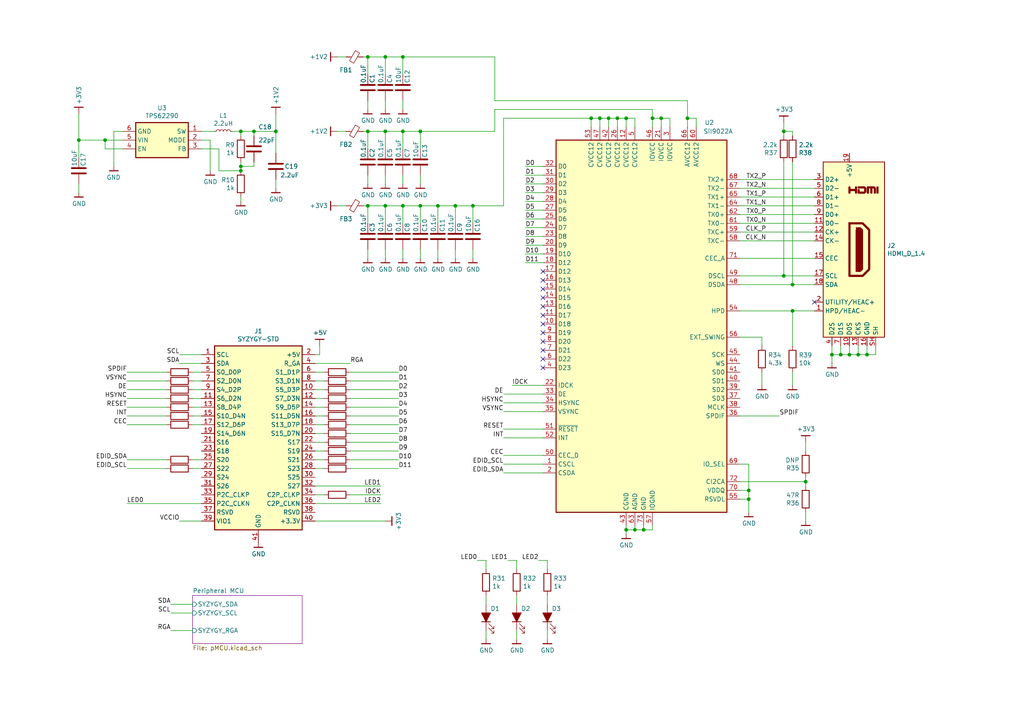
<source format=kicad_sch>
(kicad_sch (version 20200512) (host eeschema "5.99.0-unknown-4cfff6b~101~ubuntu18.04.1")
  (page 1 2)
  (paper "A4")
  (title_block (title "sii9022a Breakout") (date "2020-05-23") (rev "r1.0") (comment 1 "SYZYGY Pod"))
  (junction (at 22.86 40.64))
  (junction (at 30.48 40.64))
  (junction (at 69.85 38.1))
  (junction (at 69.85 48.26))
  (junction (at 69.85 49.53))
  (junction (at 73.66 38.1))
  (junction (at 80.01 38.1))
  (junction (at 106.68 16.51))
  (junction (at 106.68 38.1))
  (junction (at 106.68 59.69))
  (junction (at 111.76 16.51))
  (junction (at 111.76 38.1))
  (junction (at 111.76 59.69))
  (junction (at 116.84 16.51))
  (junction (at 116.84 38.1))
  (junction (at 116.84 59.69))
  (junction (at 121.92 38.1))
  (junction (at 121.92 59.69))
  (junction (at 127 59.69))
  (junction (at 132.08 59.69))
  (junction (at 137.16 59.69))
  (junction (at 171.45 34.29))
  (junction (at 173.99 34.29))
  (junction (at 176.53 34.29))
  (junction (at 179.07 34.29))
  (junction (at 181.61 34.29))
  (junction (at 181.61 153.67))
  (junction (at 184.15 153.67))
  (junction (at 186.69 153.67))
  (junction (at 189.23 34.29))
  (junction (at 191.77 34.29))
  (junction (at 199.39 34.29))
  (junction (at 217.17 142.24))
  (junction (at 217.17 144.78))
  (junction (at 227.33 38.1))
  (junction (at 227.33 80.01))
  (junction (at 229.87 82.55))
  (junction (at 229.87 90.17))
  (junction (at 233.68 139.7))
  (junction (at 241.3 102.87))
  (junction (at 243.84 102.87))
  (junction (at 246.38 102.87))
  (junction (at 248.92 102.87))
  (junction (at 251.46 102.87))
  (no_connect (at 157.48 96.52))
  (no_connect (at 157.48 104.14))
  (no_connect (at 157.48 83.82))
  (no_connect (at 157.48 88.9))
  (no_connect (at 157.48 93.98))
  (no_connect (at 157.48 99.06))
  (no_connect (at 157.48 101.6))
  (no_connect (at 157.48 78.74))
  (no_connect (at 236.22 87.63))
  (no_connect (at 157.48 81.28))
  (no_connect (at 157.48 106.68))
  (no_connect (at 157.48 86.36))
  (no_connect (at 157.48 91.44))
  (wire (pts (xy 22.86 33.02) (xy 22.86 40.64)))
  (wire (pts (xy 22.86 40.64) (xy 30.48 40.64)))
  (wire (pts (xy 22.86 45.72) (xy 22.86 40.64)))
  (wire (pts (xy 22.86 53.34) (xy 22.86 55.88)))
  (wire (pts (xy 30.48 40.64) (xy 35.56 40.64)))
  (wire (pts (xy 30.48 43.18) (xy 30.48 40.64)))
  (wire (pts (xy 33.02 38.1) (xy 33.02 48.26)))
  (wire (pts (xy 33.02 38.1) (xy 35.56 38.1)))
  (wire (pts (xy 35.56 43.18) (xy 30.48 43.18)))
  (wire (pts (xy 36.83 107.95) (xy 48.26 107.95)))
  (wire (pts (xy 36.83 110.49) (xy 48.26 110.49)))
  (wire (pts (xy 36.83 113.03) (xy 48.26 113.03)))
  (wire (pts (xy 36.83 115.57) (xy 48.26 115.57)))
  (wire (pts (xy 36.83 118.11) (xy 48.26 118.11)))
  (wire (pts (xy 36.83 120.65) (xy 48.26 120.65)))
  (wire (pts (xy 36.83 123.19) (xy 48.26 123.19)))
  (wire (pts (xy 36.83 133.35) (xy 48.26 133.35)))
  (wire (pts (xy 36.83 135.89) (xy 48.26 135.89)))
  (wire (pts (xy 36.83 146.05) (xy 58.42 146.05)))
  (wire (pts (xy 55.88 107.95) (xy 58.42 107.95)))
  (wire (pts (xy 55.88 110.49) (xy 58.42 110.49)))
  (wire (pts (xy 55.88 113.03) (xy 58.42 113.03)))
  (wire (pts (xy 55.88 115.57) (xy 58.42 115.57)))
  (wire (pts (xy 55.88 118.11) (xy 58.42 118.11)))
  (wire (pts (xy 55.88 120.65) (xy 58.42 120.65)))
  (wire (pts (xy 55.88 123.19) (xy 58.42 123.19)))
  (wire (pts (xy 55.88 133.35) (xy 58.42 133.35)))
  (wire (pts (xy 55.88 135.89) (xy 58.42 135.89)))
  (wire (pts (xy 55.88 175.26) (xy 49.53 175.26)))
  (wire (pts (xy 55.88 177.8) (xy 49.53 177.8)))
  (wire (pts (xy 55.88 182.88) (xy 49.53 182.88)))
  (wire (pts (xy 58.42 38.1) (xy 62.23 38.1)))
  (wire (pts (xy 58.42 40.64) (xy 60.96 40.64)))
  (wire (pts (xy 58.42 102.87) (xy 52.07 102.87)))
  (wire (pts (xy 58.42 105.41) (xy 52.07 105.41)))
  (wire (pts (xy 58.42 151.13) (xy 52.07 151.13)))
  (wire (pts (xy 60.96 40.64) (xy 60.96 49.53)))
  (wire (pts (xy 63.5 43.18) (xy 58.42 43.18)))
  (wire (pts (xy 63.5 49.53) (xy 63.5 43.18)))
  (wire (pts (xy 67.31 38.1) (xy 69.85 38.1)))
  (wire (pts (xy 69.85 38.1) (xy 69.85 39.37)))
  (wire (pts (xy 69.85 38.1) (xy 73.66 38.1)))
  (wire (pts (xy 69.85 46.99) (xy 69.85 48.26)))
  (wire (pts (xy 69.85 48.26) (xy 69.85 49.53)))
  (wire (pts (xy 69.85 48.26) (xy 73.66 48.26)))
  (wire (pts (xy 69.85 49.53) (xy 63.5 49.53)))
  (wire (pts (xy 69.85 57.15) (xy 69.85 58.42)))
  (wire (pts (xy 73.66 38.1) (xy 73.66 39.37)))
  (wire (pts (xy 73.66 38.1) (xy 80.01 38.1)))
  (wire (pts (xy 73.66 46.99) (xy 73.66 48.26)))
  (wire (pts (xy 80.01 33.02) (xy 80.01 38.1)))
  (wire (pts (xy 80.01 38.1) (xy 80.01 44.45)))
  (wire (pts (xy 80.01 52.07) (xy 80.01 54.61)))
  (wire (pts (xy 91.44 102.87) (xy 92.71 102.87)))
  (wire (pts (xy 91.44 105.41) (xy 101.6 105.41)))
  (wire (pts (xy 91.44 107.95) (xy 93.98 107.95)))
  (wire (pts (xy 91.44 110.49) (xy 93.98 110.49)))
  (wire (pts (xy 91.44 113.03) (xy 93.98 113.03)))
  (wire (pts (xy 91.44 115.57) (xy 93.98 115.57)))
  (wire (pts (xy 91.44 118.11) (xy 93.98 118.11)))
  (wire (pts (xy 91.44 120.65) (xy 93.98 120.65)))
  (wire (pts (xy 91.44 123.19) (xy 93.98 123.19)))
  (wire (pts (xy 91.44 125.73) (xy 93.98 125.73)))
  (wire (pts (xy 91.44 128.27) (xy 93.98 128.27)))
  (wire (pts (xy 91.44 130.81) (xy 93.98 130.81)))
  (wire (pts (xy 91.44 133.35) (xy 93.98 133.35)))
  (wire (pts (xy 91.44 135.89) (xy 93.98 135.89)))
  (wire (pts (xy 91.44 140.97) (xy 110.49 140.97)))
  (wire (pts (xy 91.44 143.51) (xy 93.98 143.51)))
  (wire (pts (xy 91.44 146.05) (xy 110.49 146.05)))
  (wire (pts (xy 91.44 151.13) (xy 111.76 151.13)))
  (wire (pts (xy 92.71 102.87) (xy 92.71 100.33)))
  (wire (pts (xy 97.79 16.51) (xy 100.33 16.51)))
  (wire (pts (xy 97.79 38.1) (xy 100.33 38.1)))
  (wire (pts (xy 97.79 59.69) (xy 100.33 59.69)))
  (wire (pts (xy 101.6 107.95) (xy 115.57 107.95)))
  (wire (pts (xy 101.6 110.49) (xy 115.57 110.49)))
  (wire (pts (xy 101.6 113.03) (xy 115.57 113.03)))
  (wire (pts (xy 101.6 115.57) (xy 115.57 115.57)))
  (wire (pts (xy 101.6 118.11) (xy 115.57 118.11)))
  (wire (pts (xy 101.6 120.65) (xy 115.57 120.65)))
  (wire (pts (xy 101.6 123.19) (xy 115.57 123.19)))
  (wire (pts (xy 101.6 125.73) (xy 115.57 125.73)))
  (wire (pts (xy 101.6 128.27) (xy 115.57 128.27)))
  (wire (pts (xy 101.6 130.81) (xy 115.57 130.81)))
  (wire (pts (xy 101.6 133.35) (xy 115.57 133.35)))
  (wire (pts (xy 101.6 135.89) (xy 115.57 135.89)))
  (wire (pts (xy 101.6 143.51) (xy 110.49 143.51)))
  (wire (pts (xy 105.41 16.51) (xy 106.68 16.51)))
  (wire (pts (xy 105.41 38.1) (xy 106.68 38.1)))
  (wire (pts (xy 105.41 59.69) (xy 106.68 59.69)))
  (wire (pts (xy 106.68 16.51) (xy 111.76 16.51)))
  (wire (pts (xy 106.68 21.59) (xy 106.68 16.51)))
  (wire (pts (xy 106.68 29.21) (xy 106.68 31.75)))
  (wire (pts (xy 106.68 38.1) (xy 111.76 38.1)))
  (wire (pts (xy 106.68 43.18) (xy 106.68 38.1)))
  (wire (pts (xy 106.68 50.8) (xy 106.68 53.34)))
  (wire (pts (xy 106.68 59.69) (xy 111.76 59.69)))
  (wire (pts (xy 106.68 64.77) (xy 106.68 59.69)))
  (wire (pts (xy 106.68 72.39) (xy 106.68 74.93)))
  (wire (pts (xy 111.76 16.51) (xy 116.84 16.51)))
  (wire (pts (xy 111.76 21.59) (xy 111.76 16.51)))
  (wire (pts (xy 111.76 29.21) (xy 111.76 31.75)))
  (wire (pts (xy 111.76 38.1) (xy 116.84 38.1)))
  (wire (pts (xy 111.76 43.18) (xy 111.76 38.1)))
  (wire (pts (xy 111.76 50.8) (xy 111.76 53.34)))
  (wire (pts (xy 111.76 59.69) (xy 116.84 59.69)))
  (wire (pts (xy 111.76 64.77) (xy 111.76 59.69)))
  (wire (pts (xy 111.76 72.39) (xy 111.76 74.93)))
  (wire (pts (xy 116.84 16.51) (xy 143.51 16.51)))
  (wire (pts (xy 116.84 21.59) (xy 116.84 16.51)))
  (wire (pts (xy 116.84 29.21) (xy 116.84 31.75)))
  (wire (pts (xy 116.84 38.1) (xy 121.92 38.1)))
  (wire (pts (xy 116.84 43.18) (xy 116.84 38.1)))
  (wire (pts (xy 116.84 50.8) (xy 116.84 53.34)))
  (wire (pts (xy 116.84 59.69) (xy 121.92 59.69)))
  (wire (pts (xy 116.84 64.77) (xy 116.84 59.69)))
  (wire (pts (xy 116.84 72.39) (xy 116.84 74.93)))
  (wire (pts (xy 121.92 38.1) (xy 143.51 38.1)))
  (wire (pts (xy 121.92 43.18) (xy 121.92 38.1)))
  (wire (pts (xy 121.92 50.8) (xy 121.92 53.34)))
  (wire (pts (xy 121.92 59.69) (xy 127 59.69)))
  (wire (pts (xy 121.92 64.77) (xy 121.92 59.69)))
  (wire (pts (xy 121.92 72.39) (xy 121.92 74.93)))
  (wire (pts (xy 127 59.69) (xy 132.08 59.69)))
  (wire (pts (xy 127 64.77) (xy 127 59.69)))
  (wire (pts (xy 127 72.39) (xy 127 74.93)))
  (wire (pts (xy 132.08 59.69) (xy 137.16 59.69)))
  (wire (pts (xy 132.08 64.77) (xy 132.08 59.69)))
  (wire (pts (xy 132.08 72.39) (xy 132.08 74.93)))
  (wire (pts (xy 137.16 59.69) (xy 146.05 59.69)))
  (wire (pts (xy 137.16 64.77) (xy 137.16 59.69)))
  (wire (pts (xy 137.16 72.39) (xy 137.16 74.93)))
  (wire (pts (xy 138.43 162.56) (xy 140.97 162.56)))
  (wire (pts (xy 140.97 165.1) (xy 140.97 162.56)))
  (wire (pts (xy 140.97 172.72) (xy 140.97 175.26)))
  (wire (pts (xy 140.97 182.88) (xy 140.97 185.42)))
  (wire (pts (xy 143.51 16.51) (xy 143.51 29.21)))
  (wire (pts (xy 143.51 29.21) (xy 199.39 29.21)))
  (wire (pts (xy 143.51 31.75) (xy 189.23 31.75)))
  (wire (pts (xy 143.51 38.1) (xy 143.51 31.75)))
  (wire (pts (xy 146.05 34.29) (xy 171.45 34.29)))
  (wire (pts (xy 146.05 59.69) (xy 146.05 34.29)))
  (wire (pts (xy 146.05 114.3) (xy 157.48 114.3)))
  (wire (pts (xy 146.05 116.84) (xy 157.48 116.84)))
  (wire (pts (xy 146.05 119.38) (xy 157.48 119.38)))
  (wire (pts (xy 146.05 124.46) (xy 157.48 124.46)))
  (wire (pts (xy 146.05 127) (xy 157.48 127)))
  (wire (pts (xy 146.05 132.08) (xy 157.48 132.08)))
  (wire (pts (xy 146.05 134.62) (xy 157.48 134.62)))
  (wire (pts (xy 146.05 137.16) (xy 157.48 137.16)))
  (wire (pts (xy 147.32 162.56) (xy 149.86 162.56)))
  (wire (pts (xy 149.86 165.1) (xy 149.86 162.56)))
  (wire (pts (xy 149.86 172.72) (xy 149.86 175.26)))
  (wire (pts (xy 149.86 182.88) (xy 149.86 185.42)))
  (wire (pts (xy 156.21 162.56) (xy 158.75 162.56)))
  (wire (pts (xy 157.48 48.26) (xy 152.4 48.26)))
  (wire (pts (xy 157.48 50.8) (xy 152.4 50.8)))
  (wire (pts (xy 157.48 53.34) (xy 152.4 53.34)))
  (wire (pts (xy 157.48 55.88) (xy 152.4 55.88)))
  (wire (pts (xy 157.48 58.42) (xy 152.4 58.42)))
  (wire (pts (xy 157.48 60.96) (xy 152.4 60.96)))
  (wire (pts (xy 157.48 63.5) (xy 152.4 63.5)))
  (wire (pts (xy 157.48 66.04) (xy 152.4 66.04)))
  (wire (pts (xy 157.48 68.58) (xy 152.4 68.58)))
  (wire (pts (xy 157.48 71.12) (xy 152.4 71.12)))
  (wire (pts (xy 157.48 73.66) (xy 152.4 73.66)))
  (wire (pts (xy 157.48 76.2) (xy 152.4 76.2)))
  (wire (pts (xy 157.48 111.76) (xy 148.59 111.76)))
  (wire (pts (xy 158.75 165.1) (xy 158.75 162.56)))
  (wire (pts (xy 158.75 172.72) (xy 158.75 175.26)))
  (wire (pts (xy 158.75 182.88) (xy 158.75 185.42)))
  (wire (pts (xy 171.45 34.29) (xy 171.45 36.83)))
  (wire (pts (xy 173.99 34.29) (xy 171.45 34.29)))
  (wire (pts (xy 173.99 36.83) (xy 173.99 34.29)))
  (wire (pts (xy 176.53 34.29) (xy 173.99 34.29)))
  (wire (pts (xy 176.53 36.83) (xy 176.53 34.29)))
  (wire (pts (xy 179.07 34.29) (xy 176.53 34.29)))
  (wire (pts (xy 179.07 36.83) (xy 179.07 34.29)))
  (wire (pts (xy 181.61 34.29) (xy 179.07 34.29)))
  (wire (pts (xy 181.61 36.83) (xy 181.61 34.29)))
  (wire (pts (xy 181.61 152.4) (xy 181.61 153.67)))
  (wire (pts (xy 181.61 153.67) (xy 181.61 154.94)))
  (wire (pts (xy 184.15 34.29) (xy 181.61 34.29)))
  (wire (pts (xy 184.15 36.83) (xy 184.15 34.29)))
  (wire (pts (xy 184.15 152.4) (xy 184.15 153.67)))
  (wire (pts (xy 184.15 153.67) (xy 181.61 153.67)))
  (wire (pts (xy 186.69 152.4) (xy 186.69 153.67)))
  (wire (pts (xy 186.69 153.67) (xy 184.15 153.67)))
  (wire (pts (xy 189.23 31.75) (xy 189.23 34.29)))
  (wire (pts (xy 189.23 34.29) (xy 189.23 36.83)))
  (wire (pts (xy 189.23 34.29) (xy 191.77 34.29)))
  (wire (pts (xy 189.23 152.4) (xy 189.23 153.67)))
  (wire (pts (xy 189.23 153.67) (xy 186.69 153.67)))
  (wire (pts (xy 191.77 36.83) (xy 191.77 34.29)))
  (wire (pts (xy 194.31 34.29) (xy 191.77 34.29)))
  (wire (pts (xy 194.31 36.83) (xy 194.31 34.29)))
  (wire (pts (xy 199.39 29.21) (xy 199.39 34.29)))
  (wire (pts (xy 199.39 34.29) (xy 199.39 36.83)))
  (wire (pts (xy 201.93 34.29) (xy 199.39 34.29)))
  (wire (pts (xy 201.93 36.83) (xy 201.93 34.29)))
  (wire (pts (xy 214.63 52.07) (xy 236.22 52.07)))
  (wire (pts (xy 214.63 54.61) (xy 236.22 54.61)))
  (wire (pts (xy 214.63 57.15) (xy 236.22 57.15)))
  (wire (pts (xy 214.63 59.69) (xy 236.22 59.69)))
  (wire (pts (xy 214.63 62.23) (xy 236.22 62.23)))
  (wire (pts (xy 214.63 64.77) (xy 236.22 64.77)))
  (wire (pts (xy 214.63 67.31) (xy 236.22 67.31)))
  (wire (pts (xy 214.63 69.85) (xy 236.22 69.85)))
  (wire (pts (xy 214.63 74.93) (xy 236.22 74.93)))
  (wire (pts (xy 214.63 80.01) (xy 227.33 80.01)))
  (wire (pts (xy 214.63 82.55) (xy 229.87 82.55)))
  (wire (pts (xy 214.63 90.17) (xy 229.87 90.17)))
  (wire (pts (xy 214.63 97.79) (xy 220.98 97.79)))
  (wire (pts (xy 214.63 134.62) (xy 217.17 134.62)))
  (wire (pts (xy 214.63 139.7) (xy 233.68 139.7)))
  (wire (pts (xy 214.63 142.24) (xy 217.17 142.24)))
  (wire (pts (xy 214.63 144.78) (xy 217.17 144.78)))
  (wire (pts (xy 217.17 134.62) (xy 217.17 142.24)))
  (wire (pts (xy 217.17 142.24) (xy 217.17 144.78)))
  (wire (pts (xy 217.17 144.78) (xy 217.17 148.59)))
  (wire (pts (xy 220.98 97.79) (xy 220.98 100.33)))
  (wire (pts (xy 220.98 107.95) (xy 220.98 111.76)))
  (wire (pts (xy 226.06 120.65) (xy 214.63 120.65)))
  (wire (pts (xy 227.33 35.56) (xy 227.33 38.1)))
  (wire (pts (xy 227.33 38.1) (xy 227.33 39.37)))
  (wire (pts (xy 227.33 46.99) (xy 227.33 80.01)))
  (wire (pts (xy 227.33 80.01) (xy 236.22 80.01)))
  (wire (pts (xy 229.87 38.1) (xy 227.33 38.1)))
  (wire (pts (xy 229.87 39.37) (xy 229.87 38.1)))
  (wire (pts (xy 229.87 46.99) (xy 229.87 82.55)))
  (wire (pts (xy 229.87 82.55) (xy 236.22 82.55)))
  (wire (pts (xy 229.87 90.17) (xy 229.87 100.33)))
  (wire (pts (xy 229.87 90.17) (xy 236.22 90.17)))
  (wire (pts (xy 229.87 107.95) (xy 229.87 111.76)))
  (wire (pts (xy 233.68 128.27) (xy 233.68 130.81)))
  (wire (pts (xy 233.68 139.7) (xy 233.68 138.43)))
  (wire (pts (xy 233.68 139.7) (xy 233.68 140.97)))
  (wire (pts (xy 233.68 148.59) (xy 233.68 151.13)))
  (wire (pts (xy 241.3 100.33) (xy 241.3 102.87)))
  (wire (pts (xy 241.3 102.87) (xy 241.3 105.41)))
  (wire (pts (xy 241.3 102.87) (xy 243.84 102.87)))
  (wire (pts (xy 243.84 100.33) (xy 243.84 102.87)))
  (wire (pts (xy 243.84 102.87) (xy 246.38 102.87)))
  (wire (pts (xy 246.38 100.33) (xy 246.38 102.87)))
  (wire (pts (xy 246.38 102.87) (xy 248.92 102.87)))
  (wire (pts (xy 248.92 100.33) (xy 248.92 102.87)))
  (wire (pts (xy 248.92 102.87) (xy 251.46 102.87)))
  (wire (pts (xy 251.46 100.33) (xy 251.46 102.87)))
  (wire (pts (xy 251.46 102.87) (xy 254 102.87)))
  (wire (pts (xy 254 102.87) (xy 254 100.33)))
  (label "SPDIF" (at 36.83 107.95 180))
  (label "VSYNC" (at 36.83 110.49 180))
  (label "DE" (at 36.83 113.03 180))
  (label "HSYNC" (at 36.83 115.57 180))
  (label "RESET" (at 36.83 118.11 180))
  (label "INT" (at 36.83 120.65 180))
  (label "CEC" (at 36.83 123.19 180))
  (label "EDID_SDA" (at 36.83 133.35 180))
  (label "EDID_SCL" (at 36.83 135.89 180))
  (label "LED0" (at 36.83 146.05 0))
  (label "SDA" (at 49.53 175.26 180))
  (label "SCL" (at 49.53 177.8 180))
  (label "RGA" (at 49.53 182.88 180))
  (label "SCL" (at 52.07 102.87 180))
  (label "SDA" (at 52.07 105.41 180))
  (label "VCCIO" (at 52.07 151.13 180))
  (label "RGA" (at 101.6 105.41 0))
  (label "LED1" (at 110.49 140.97 180))
  (label "IDCK" (at 110.49 143.51 180))
  (label "LED2" (at 110.49 146.05 180))
  (label "D0" (at 115.57 107.95 0))
  (label "D1" (at 115.57 110.49 0))
  (label "D2" (at 115.57 113.03 0))
  (label "D3" (at 115.57 115.57 0))
  (label "D4" (at 115.57 118.11 0))
  (label "D5" (at 115.57 120.65 0))
  (label "D6" (at 115.57 123.19 0))
  (label "D7" (at 115.57 125.73 0))
  (label "D8" (at 115.57 128.27 0))
  (label "D9" (at 115.57 130.81 0))
  (label "D10" (at 115.57 133.35 0))
  (label "D11" (at 115.57 135.89 0))
  (label "LED0" (at 138.43 162.56 180))
  (label "DE" (at 146.05 114.3 180))
  (label "HSYNC" (at 146.05 116.84 180))
  (label "VSYNC" (at 146.05 119.38 180))
  (label "RESET" (at 146.05 124.46 180))
  (label "INT" (at 146.05 127 180))
  (label "CEC" (at 146.05 132.08 180))
  (label "EDID_SCL" (at 146.05 134.62 180))
  (label "EDID_SDA" (at 146.05 137.16 180))
  (label "LED1" (at 147.32 162.56 180))
  (label "IDCK" (at 148.59 111.76 0))
  (label "D0" (at 152.4 48.26 0))
  (label "D1" (at 152.4 50.8 0))
  (label "D2" (at 152.4 53.34 0))
  (label "D3" (at 152.4 55.88 0))
  (label "D4" (at 152.4 58.42 0))
  (label "D5" (at 152.4 60.96 0))
  (label "D6" (at 152.4 63.5 0))
  (label "D7" (at 152.4 66.04 0))
  (label "D8" (at 152.4 68.58 0))
  (label "D9" (at 152.4 71.12 0))
  (label "D10" (at 152.4 73.66 0))
  (label "D11" (at 152.4 76.2 0))
  (label "LED2" (at 156.21 162.56 180))
  (label "TX2_P" (at 222.25 52.07 180))
  (label "TX2_N" (at 222.25 54.61 180))
  (label "TX1_P" (at 222.25 57.15 180))
  (label "TX1_N" (at 222.25 59.69 180))
  (label "TX0_P" (at 222.25 62.23 180))
  (label "TX0_N" (at 222.25 64.77 180))
  (label "CLK_P" (at 222.25 67.31 180))
  (label "CLK_N" (at 222.25 69.85 180))
  (label "SPDIF" (at 226.06 120.65 0))
  (symbol (lib_id "Device:L_Small") (at 64.77 38.1 90) (unit 1)
    (property "Reference" "L1" (at 64.77 33.5088 90))
    (property "Value" "2.2uH" (at 64.77 35.8075 90))
    (property "Footprint" "Inductor_SMD:L_0805_2012Metric" (effects hide))
  )
  (symbol (lib_id "gkl_power:GND") (at 22.86 55.88 0) (unit 1)
    (property "Reference" "#PWR0142" (effects hide))
    (property "Value" "GND" (at 22.9362 59.0804 0))
  )
  (symbol (lib_id "gkl_power:GND") (at 33.02 48.26 0) (mirror y) (unit 1)
    (property "Reference" "#PWR0143" (effects hide))
    (property "Value" "GND" (at 32.9438 51.4604 0))
  )
  (symbol (lib_id "gkl_power:GND") (at 60.96 49.53 0) (unit 1)
    (property "Reference" "#PWR0144" (effects hide))
    (property "Value" "GND" (at 61.0362 52.7304 0))
  )
  (symbol (lib_id "gkl_power:GND") (at 69.85 58.42 0) (unit 1)
    (property "Reference" "#PWR0146" (effects hide))
    (property "Value" "GND" (at 69.9262 61.6204 0))
  )
  (symbol (lib_id "gkl_power:GND") (at 74.93 157.48 0) (unit 1)
    (property "Reference" "#PWR0101" (effects hide))
    (property "Value" "GND" (at 75.0062 160.6804 0))
  )
  (symbol (lib_id "gkl_power:GND") (at 80.01 54.61 0) (unit 1)
    (property "Reference" "#PWR0147" (effects hide))
    (property "Value" "GND" (at 80.0862 57.8104 0))
  )
  (symbol (lib_id "gkl_power:GND") (at 106.68 31.75 0) (unit 1)
    (property "Reference" "#PWR0110" (effects hide))
    (property "Value" "GND" (at 106.7562 34.9504 0))
  )
  (symbol (lib_id "gkl_power:GND") (at 106.68 53.34 0) (unit 1)
    (property "Reference" "#PWR0121" (effects hide))
    (property "Value" "GND" (at 106.7562 56.5404 0))
  )
  (symbol (lib_id "gkl_power:GND") (at 106.68 74.93 0) (unit 1)
    (property "Reference" "#PWR0112" (effects hide))
    (property "Value" "GND" (at 106.7562 78.1304 0))
  )
  (symbol (lib_id "gkl_power:GND") (at 111.76 31.75 0) (unit 1)
    (property "Reference" "#PWR0109" (effects hide))
    (property "Value" "GND" (at 111.8362 34.9504 0))
  )
  (symbol (lib_id "gkl_power:GND") (at 111.76 53.34 0) (unit 1)
    (property "Reference" "#PWR0119" (effects hide))
    (property "Value" "GND" (at 111.8362 56.5404 0))
  )
  (symbol (lib_id "gkl_power:GND") (at 111.76 74.93 0) (unit 1)
    (property "Reference" "#PWR0113" (effects hide))
    (property "Value" "GND" (at 111.8362 78.1304 0))
  )
  (symbol (lib_id "gkl_power:GND") (at 116.84 31.75 0) (unit 1)
    (property "Reference" "#PWR0135" (effects hide))
    (property "Value" "GND" (at 116.9162 34.9504 0))
  )
  (symbol (lib_id "gkl_power:GND") (at 116.84 53.34 0) (unit 1)
    (property "Reference" "#PWR0120" (effects hide))
    (property "Value" "GND" (at 116.9162 56.5404 0))
  )
  (symbol (lib_id "gkl_power:GND") (at 116.84 74.93 0) (unit 1)
    (property "Reference" "#PWR0125" (effects hide))
    (property "Value" "GND" (at 116.9162 78.1304 0))
  )
  (symbol (lib_id "gkl_power:GND") (at 121.92 53.34 0) (unit 1)
    (property "Reference" "#PWR0138" (effects hide))
    (property "Value" "GND" (at 121.9962 56.5404 0))
  )
  (symbol (lib_id "gkl_power:GND") (at 121.92 74.93 0) (unit 1)
    (property "Reference" "#PWR0126" (effects hide))
    (property "Value" "GND" (at 121.9962 78.1304 0))
  )
  (symbol (lib_id "gkl_power:GND") (at 127 74.93 0) (unit 1)
    (property "Reference" "#PWR0133" (effects hide))
    (property "Value" "GND" (at 127.0762 78.1304 0))
  )
  (symbol (lib_id "gkl_power:GND") (at 132.08 74.93 0) (unit 1)
    (property "Reference" "#PWR0115" (effects hide))
    (property "Value" "GND" (at 132.1562 78.1304 0))
  )
  (symbol (lib_id "gkl_power:GND") (at 137.16 74.93 0) (unit 1)
    (property "Reference" "#PWR0137" (effects hide))
    (property "Value" "GND" (at 137.2362 78.1304 0))
  )
  (symbol (lib_id "gkl_power:GND") (at 140.97 185.42 0) (unit 1)
    (property "Reference" "#PWR0117" (effects hide))
    (property "Value" "GND" (at 141.0462 188.6204 0))
  )
  (symbol (lib_id "gkl_power:GND") (at 149.86 185.42 0) (unit 1)
    (property "Reference" "#PWR0118" (effects hide))
    (property "Value" "GND" (at 149.9362 188.6204 0))
  )
  (symbol (lib_id "gkl_power:GND") (at 158.75 185.42 0) (unit 1)
    (property "Reference" "#PWR0116" (effects hide))
    (property "Value" "GND" (at 158.8262 188.6204 0))
  )
  (symbol (lib_id "gkl_power:GND") (at 181.61 154.94 0) (unit 1)
    (property "Reference" "#PWR0108" (effects hide))
    (property "Value" "GND" (at 181.6862 158.1404 0))
  )
  (symbol (lib_id "gkl_power:GND") (at 217.17 148.59 0) (unit 1)
    (property "Reference" "#PWR0122" (effects hide))
    (property "Value" "GND" (at 217.2462 151.7904 0))
  )
  (symbol (lib_id "gkl_power:GND") (at 220.98 111.76 0) (unit 1)
    (property "Reference" "#PWR0107" (effects hide))
    (property "Value" "GND" (at 221.0562 114.9604 0))
  )
  (symbol (lib_id "gkl_power:GND") (at 229.87 111.76 0) (unit 1)
    (property "Reference" "#PWR0139" (effects hide))
    (property "Value" "GND" (at 229.9462 114.9604 0))
  )
  (symbol (lib_id "gkl_power:GND") (at 233.68 151.13 0) (unit 1)
    (property "Reference" "#PWR0123" (effects hide))
    (property "Value" "GND" (at 233.7562 154.3304 0))
  )
  (symbol (lib_id "gkl_power:GND") (at 241.3 105.41 0) (unit 1)
    (property "Reference" "#PWR0102" (effects hide))
    (property "Value" "GND" (at 241.3762 108.6104 0))
  )
  (symbol (lib_id "gkl_power:+3V3") (at 22.86 33.02 0) (unit 1)
    (property "Reference" "#PWR0141" (effects hide))
    (property "Value" "+3V3" (at 22.8981 30.3275 90) (effects (justify left)))
  )
  (symbol (lib_id "gkl_power:+1V2") (at 80.01 33.02 0) (unit 1)
    (property "Reference" "#PWR0145" (effects hide))
    (property "Value" "+1V2" (at 80.0481 30.3275 90) (effects (justify left)))
  )
  (symbol (lib_id "gkl_power:+5V") (at 92.71 100.33 0) (unit 1)
    (property "Reference" "#PWR0103" (effects hide))
    (property "Value" "+5V" (at 92.7862 96.4946 0))
  )
  (symbol (lib_id "gkl_power:+1V2") (at 97.79 16.51 90) (unit 1)
    (property "Reference" "#PWR0134" (effects hide))
    (property "Value" "+1V2" (at 95.0975 16.4719 90) (effects (justify left)))
  )
  (symbol (lib_id "gkl_power:+1V2") (at 97.79 38.1 90) (unit 1)
    (property "Reference" "#PWR0111" (effects hide))
    (property "Value" "+1V2" (at 95.0975 38.0619 90) (effects (justify left)))
  )
  (symbol (lib_id "gkl_power:+3V3") (at 97.79 59.69 90) (unit 1)
    (property "Reference" "#PWR0114" (effects hide))
    (property "Value" "+3V3" (at 95.0975 59.6519 90) (effects (justify left)))
  )
  (symbol (lib_id "gkl_power:+3V3") (at 111.76 151.13 270) (unit 1)
    (property "Reference" "#PWR0136" (effects hide))
    (property "Value" "+3V3" (at 115.5954 151.2062 0))
  )
  (symbol (lib_id "gkl_power:+3V3") (at 227.33 35.56 0) (unit 1)
    (property "Reference" "#PWR0140" (effects hide))
    (property "Value" "+3V3" (at 227.4062 31.7246 0))
  )
  (symbol (lib_id "gkl_power:+3V3") (at 233.68 128.27 0) (unit 1)
    (property "Reference" "#PWR0124" (effects hide))
    (property "Value" "+3V3" (at 233.7562 124.4346 0))
  )
  (symbol (lib_id "Device:R") (at 52.07 107.95 90) (unit 1)
    (property "Reference" "R2" (effects hide))
    (property "Value" "47R" (effects hide))
    (property "Footprint" "Resistor_SMD:R_0402_1005Metric" (effects hide))
  )
  (symbol (lib_id "Device:R") (at 52.07 110.49 90) (unit 1)
    (property "Reference" "R3" (effects hide))
    (property "Value" "47R" (effects hide))
    (property "Footprint" "Resistor_SMD:R_0402_1005Metric" (effects hide))
  )
  (symbol (lib_id "Device:R") (at 52.07 113.03 90) (unit 1)
    (property "Reference" "R4" (effects hide))
    (property "Value" "47R" (effects hide))
    (property "Footprint" "Resistor_SMD:R_0402_1005Metric" (effects hide))
  )
  (symbol (lib_id "Device:R") (at 52.07 115.57 90) (unit 1)
    (property "Reference" "R5" (effects hide))
    (property "Value" "47R" (effects hide))
    (property "Footprint" "Resistor_SMD:R_0402_1005Metric" (effects hide))
  )
  (symbol (lib_id "Device:R") (at 52.07 118.11 90) (unit 1)
    (property "Reference" "R6" (effects hide))
    (property "Value" "47R" (effects hide))
    (property "Footprint" "Resistor_SMD:R_0402_1005Metric" (effects hide))
  )
  (symbol (lib_id "Device:R") (at 52.07 120.65 90) (unit 1)
    (property "Reference" "R7" (effects hide))
    (property "Value" "47R" (effects hide))
    (property "Footprint" "Resistor_SMD:R_0402_1005Metric" (effects hide))
  )
  (symbol (lib_id "Device:R") (at 52.07 123.19 90) (unit 1)
    (property "Reference" "R8" (effects hide))
    (property "Value" "47R" (effects hide))
    (property "Footprint" "Resistor_SMD:R_0402_1005Metric" (effects hide))
  )
  (symbol (lib_id "Device:R") (at 52.07 133.35 90) (unit 1)
    (property "Reference" "R12" (effects hide))
    (property "Value" "47R" (effects hide))
    (property "Footprint" "Resistor_SMD:R_0402_1005Metric" (effects hide))
  )
  (symbol (lib_id "Device:R") (at 52.07 135.89 90) (unit 1)
    (property "Reference" "R13" (effects hide))
    (property "Value" "47R" (effects hide))
    (property "Footprint" "Resistor_SMD:R_0402_1005Metric" (effects hide))
  )
  (symbol (lib_id "Device:R") (at 69.85 43.18 0) (mirror y) (unit 1)
    (property "Reference" "R9" (at 68.0719 42.0306 0) (effects (justify left)))
    (property "Value" "1k" (at 68.0719 44.3293 0) (effects (justify left)))
    (property "Footprint" "Resistor_SMD:R_0402_1005Metric" (effects hide))
  )
  (symbol (lib_id "Device:R") (at 69.85 53.34 0) (mirror y) (unit 1)
    (property "Reference" "R10" (at 68.0719 52.1906 0) (effects (justify left)))
    (property "Value" "1k" (at 68.0719 54.4893 0) (effects (justify left)))
    (property "Footprint" "Resistor_SMD:R_0402_1005Metric" (effects hide))
  )
  (symbol (lib_id "Device:R") (at 97.79 107.95 90) (unit 1)
    (property "Reference" "R17" (effects hide))
    (property "Value" "47R" (effects hide))
    (property "Footprint" "Resistor_SMD:R_0402_1005Metric" (effects hide))
  )
  (symbol (lib_id "Device:R") (at 97.79 110.49 90) (unit 1)
    (property "Reference" "R18" (effects hide))
    (property "Value" "47R" (effects hide))
    (property "Footprint" "Resistor_SMD:R_0402_1005Metric" (effects hide))
  )
  (symbol (lib_id "Device:R") (at 97.79 113.03 90) (unit 1)
    (property "Reference" "R19" (effects hide))
    (property "Value" "47R" (effects hide))
    (property "Footprint" "Resistor_SMD:R_0402_1005Metric" (effects hide))
  )
  (symbol (lib_id "Device:R") (at 97.79 115.57 90) (unit 1)
    (property "Reference" "R20" (effects hide))
    (property "Value" "47R" (effects hide))
    (property "Footprint" "Resistor_SMD:R_0402_1005Metric" (effects hide))
  )
  (symbol (lib_id "Device:R") (at 97.79 118.11 90) (unit 1)
    (property "Reference" "R21" (effects hide))
    (property "Value" "47R" (effects hide))
    (property "Footprint" "Resistor_SMD:R_0402_1005Metric" (effects hide))
  )
  (symbol (lib_id "Device:R") (at 97.79 120.65 90) (unit 1)
    (property "Reference" "R22" (effects hide))
    (property "Value" "47R" (effects hide))
    (property "Footprint" "Resistor_SMD:R_0402_1005Metric" (effects hide))
  )
  (symbol (lib_id "Device:R") (at 97.79 123.19 90) (unit 1)
    (property "Reference" "R23" (effects hide))
    (property "Value" "47R" (effects hide))
    (property "Footprint" "Resistor_SMD:R_0402_1005Metric" (effects hide))
  )
  (symbol (lib_id "Device:R") (at 97.79 125.73 90) (unit 1)
    (property "Reference" "R24" (effects hide))
    (property "Value" "47R" (effects hide))
    (property "Footprint" "Resistor_SMD:R_0402_1005Metric" (effects hide))
  )
  (symbol (lib_id "Device:R") (at 97.79 128.27 90) (unit 1)
    (property "Reference" "R25" (effects hide))
    (property "Value" "47R" (effects hide))
    (property "Footprint" "Resistor_SMD:R_0402_1005Metric" (effects hide))
  )
  (symbol (lib_id "Device:R") (at 97.79 130.81 90) (unit 1)
    (property "Reference" "R26" (effects hide))
    (property "Value" "47R" (effects hide))
    (property "Footprint" "Resistor_SMD:R_0402_1005Metric" (effects hide))
  )
  (symbol (lib_id "Device:R") (at 97.79 133.35 90) (unit 1)
    (property "Reference" "R27" (effects hide))
    (property "Value" "47R" (effects hide))
    (property "Footprint" "Resistor_SMD:R_0402_1005Metric" (effects hide))
  )
  (symbol (lib_id "Device:R") (at 97.79 135.89 90) (unit 1)
    (property "Reference" "R28" (effects hide))
    (property "Value" "47R" (effects hide))
    (property "Footprint" "Resistor_SMD:R_0402_1005Metric" (effects hide))
  )
  (symbol (lib_id "Device:R") (at 97.79 143.51 90) (unit 1)
    (property "Reference" "R30" (effects hide))
    (property "Value" "47R" (effects hide))
    (property "Footprint" "Resistor_SMD:R_0402_1005Metric" (effects hide))
  )
  (symbol (lib_id "Device:R") (at 140.97 168.91 0) (unit 1)
    (property "Reference" "R31" (at 142.7481 167.7606 0) (effects (justify left)))
    (property "Value" "1k" (at 142.7481 170.0593 0) (effects (justify left)))
    (property "Footprint" "Resistor_SMD:R_0402_1005Metric" (effects hide))
  )
  (symbol (lib_id "Device:R") (at 149.86 168.91 0) (unit 1)
    (property "Reference" "R32" (at 151.6381 167.7606 0) (effects (justify left)))
    (property "Value" "1k" (at 151.6381 170.0593 0) (effects (justify left)))
    (property "Footprint" "Resistor_SMD:R_0402_1005Metric" (effects hide))
  )
  (symbol (lib_id "Device:R") (at 158.75 168.91 0) (unit 1)
    (property "Reference" "R33" (at 160.5281 167.7606 0) (effects (justify left)))
    (property "Value" "1k" (at 160.5281 170.0593 0) (effects (justify left)))
    (property "Footprint" "Resistor_SMD:R_0402_1005Metric" (effects hide))
  )
  (symbol (lib_id "Device:R") (at 220.98 104.14 0) (unit 1)
    (property "Reference" "R34" (at 222.7581 102.9906 0) (effects (justify left)))
    (property "Value" "4.3k" (at 222.7581 105.2893 0) (effects (justify left)))
    (property "Footprint" "Resistor_SMD:R_0402_1005Metric" (effects hide))
  )
  (symbol (lib_id "Device:R") (at 227.33 43.18 180) (unit 1)
    (property "Reference" "R37" (at 225.5519 44.3294 0) (effects (justify left)))
    (property "Value" "2.2k" (at 225.5519 42.0307 0) (effects (justify left)))
    (property "Footprint" "Resistor_SMD:R_0402_1005Metric" (effects hide))
  )
  (symbol (lib_id "Device:R") (at 229.87 43.18 0) (mirror x) (unit 1)
    (property "Reference" "R38" (at 231.6481 44.3294 0) (effects (justify left)))
    (property "Value" "2.2k" (at 231.6481 42.0307 0) (effects (justify left)))
    (property "Footprint" "Resistor_SMD:R_0402_1005Metric" (effects hide))
  )
  (symbol (lib_id "Device:R") (at 229.87 104.14 0) (unit 1)
    (property "Reference" "R39" (at 231.6481 102.9906 0) (effects (justify left)))
    (property "Value" "10k" (at 231.6481 105.2893 0) (effects (justify left)))
    (property "Footprint" "Resistor_SMD:R_0402_1005Metric" (effects hide))
  )
  (symbol (lib_id "Device:R") (at 233.68 134.62 180) (unit 1)
    (property "Reference" "R35" (at 231.9019 135.7694 0) (effects (justify left)))
    (property "Value" "DNP" (at 231.9019 133.4707 0) (effects (justify left)))
    (property "Footprint" "Resistor_SMD:R_0402_1005Metric" (effects hide))
  )
  (symbol (lib_id "Device:R") (at 233.68 144.78 180) (unit 1)
    (property "Reference" "R36" (at 231.9019 145.9294 0) (effects (justify left)))
    (property "Value" "47R" (at 231.9019 143.6307 0) (effects (justify left)))
    (property "Footprint" "Resistor_SMD:R_0402_1005Metric" (effects hide))
  )
  (symbol (lib_id "Device:Ferrite_Bead_Small") (at 102.87 16.51 90) (unit 1)
    (property "Reference" "FB1" (at 100.33 20.32 90))
    (property "Value" "1k @ 100MHz" (effects hide))
    (property "Footprint" "Inductor_SMD:L_0402_1005Metric" (effects hide))
  )
  (symbol (lib_id "Device:Ferrite_Bead_Small") (at 102.87 38.1 90) (unit 1)
    (property "Reference" "FB2" (at 100.33 41.91 90))
    (property "Value" "1k @ 100MHz" (effects hide))
    (property "Footprint" "Inductor_SMD:L_0402_1005Metric" (effects hide))
  )
  (symbol (lib_id "Device:Ferrite_Bead_Small") (at 102.87 59.69 90) (unit 1)
    (property "Reference" "FB3" (at 100.33 63.5 90))
    (property "Value" "1k @ 100MHz" (effects hide))
    (property "Footprint" "Inductor_SMD:L_0402_1005Metric" (effects hide))
  )
  (symbol (lib_id "Device:LED_ALT") (at 140.97 179.07 90) (unit 1)
    (property "Reference" "D1" (at 142.24 176.53 90) (effects (justify right)))
    (property "Value" "LED_ALT" (effects hide))
    (property "Footprint" "LED_SMD:LED_0402_1005Metric" (effects hide))
  )
  (symbol (lib_id "Device:LED_ALT") (at 149.86 179.07 90) (unit 1)
    (property "Reference" "D2" (at 151.13 176.53 90) (effects (justify right)))
    (property "Value" "LED_ALT" (effects hide))
    (property "Footprint" "LED_SMD:LED_0402_1005Metric" (effects hide))
  )
  (symbol (lib_id "Device:LED_ALT") (at 158.75 179.07 90) (unit 1)
    (property "Reference" "D3" (at 160.02 176.53 90) (effects (justify right)))
    (property "Value" "LED_ALT" (effects hide))
    (property "Footprint" "LED_SMD:LED_0402_1005Metric" (effects hide))
  )
  (symbol (lib_name "Device:C_4") (lib_id "Device:C") (at 22.86 49.53 0) (unit 1)
    (property "Reference" "C17" (at 24.13 48.26 90) (effects (justify left)))
    (property "Value" "10uF" (at 21.59 48.26 90) (effects (justify left)))
    (property "Footprint" "Capacitor_SMD:C_0603_1608Metric" (effects hide))
    (property "Mfg" "Samsung Electro-Mechanics" (effects hide))
    (property "PN" "CL05B104KP5NNNC" (effects hide))
  )
  (symbol (lib_name "Device:C_6") (lib_id "Device:C") (at 73.66 43.18 0) (unit 1)
    (property "Reference" "C18" (at 74.93 36.83 0) (effects (justify left)))
    (property "Value" "22pF" (at 74.93 40.64 0) (effects (justify left)))
    (property "Footprint" "Capacitor_SMD:C_0402_1005Metric" (effects hide))
    (property "Mfg" "Samsung Electro-Mechanics" (effects hide))
    (property "PN" "CL05B104KP5NNNC" (effects hide))
  )
  (symbol (lib_name "Device:C_5") (lib_id "Device:C") (at 80.01 48.26 0) (unit 1)
    (property "Reference" "C19" (at 82.55 48.26 0) (effects (justify left)))
    (property "Value" "2.2uF" (at 81.28 50.8 0) (effects (justify left)))
    (property "Footprint" "Capacitor_SMD:C_0402_1005Metric" (effects hide))
    (property "Mfg" "Samsung Electro-Mechanics" (effects hide))
    (property "PN" "CL05B104KP5NNNC" (effects hide))
  )
  (symbol (lib_id "Device:C") (at 106.68 25.4 0) (unit 1)
    (property "Reference" "C1" (at 107.95 24.13 90) (effects (justify left)))
    (property "Value" "0.1uF" (at 105.41 24.13 90) (effects (justify left)))
    (property "Footprint" "Capacitor_SMD:C_0402_1005Metric" (effects hide))
    (property "Mfg" "Samsung Electro-Mechanics" (effects hide))
    (property "PN" "CL05B104KP5NNNC" (effects hide))
  )
  (symbol (lib_id "Device:C") (at 106.68 46.99 0) (unit 1)
    (property "Reference" "C2" (at 107.95 45.72 90) (effects (justify left)))
    (property "Value" "0.1uF" (at 105.41 45.72 90) (effects (justify left)))
    (property "Footprint" "Capacitor_SMD:C_0402_1005Metric" (effects hide))
    (property "Mfg" "Samsung Electro-Mechanics" (effects hide))
    (property "PN" "CL05B104KP5NNNC" (effects hide))
  )
  (symbol (lib_id "Device:C") (at 106.68 68.58 0) (unit 1)
    (property "Reference" "C3" (at 107.95 67.31 90) (effects (justify left)))
    (property "Value" "0.1uF" (at 105.41 67.31 90) (effects (justify left)))
    (property "Footprint" "Capacitor_SMD:C_0402_1005Metric" (effects hide))
    (property "Mfg" "Samsung Electro-Mechanics" (effects hide))
    (property "PN" "CL05B104KP5NNNC" (effects hide))
  )
  (symbol (lib_id "Device:C") (at 111.76 25.4 0) (unit 1)
    (property "Reference" "C4" (at 113.03 24.13 90) (effects (justify left)))
    (property "Value" "0.1uF" (at 110.49 24.13 90) (effects (justify left)))
    (property "Footprint" "Capacitor_SMD:C_0402_1005Metric" (effects hide))
    (property "Mfg" "Samsung Electro-Mechanics" (effects hide))
    (property "PN" "CL05B104KP5NNNC" (effects hide))
  )
  (symbol (lib_id "Device:C") (at 111.76 46.99 0) (unit 1)
    (property "Reference" "C5" (at 113.03 45.72 90) (effects (justify left)))
    (property "Value" "0.1uF" (at 110.49 45.72 90) (effects (justify left)))
    (property "Footprint" "Capacitor_SMD:C_0402_1005Metric" (effects hide))
    (property "Mfg" "Samsung Electro-Mechanics" (effects hide))
    (property "PN" "CL05B104KP5NNNC" (effects hide))
  )
  (symbol (lib_id "Device:C") (at 111.76 68.58 0) (unit 1)
    (property "Reference" "C6" (at 113.03 67.31 90) (effects (justify left)))
    (property "Value" "0.1uF" (at 110.49 67.31 90) (effects (justify left)))
    (property "Footprint" "Capacitor_SMD:C_0402_1005Metric" (effects hide))
    (property "Mfg" "Samsung Electro-Mechanics" (effects hide))
    (property "PN" "CL05B104KP5NNNC" (effects hide))
  )
  (symbol (lib_name "Device:C_1") (lib_id "Device:C") (at 116.84 25.4 0) (unit 1)
    (property "Reference" "C12" (at 118.11 24.13 90) (effects (justify left)))
    (property "Value" "10uF" (at 115.57 24.13 90) (effects (justify left)))
    (property "Footprint" "Capacitor_SMD:C_0603_1608Metric" (effects hide))
    (property "Mfg" "Samsung Electro-Mechanics" (effects hide))
    (property "PN" "CL05B104KP5NNNC" (effects hide))
  )
  (symbol (lib_id "Device:C") (at 116.84 46.99 0) (unit 1)
    (property "Reference" "C7" (at 118.11 45.72 90) (effects (justify left)))
    (property "Value" "0.1uF" (at 115.57 45.72 90) (effects (justify left)))
    (property "Footprint" "Capacitor_SMD:C_0402_1005Metric" (effects hide))
    (property "Mfg" "Samsung Electro-Mechanics" (effects hide))
    (property "PN" "CL05B104KP5NNNC" (effects hide))
  )
  (symbol (lib_id "Device:C") (at 116.84 68.58 0) (unit 1)
    (property "Reference" "C8" (at 118.11 67.31 90) (effects (justify left)))
    (property "Value" "0.1uF" (at 115.57 67.31 90) (effects (justify left)))
    (property "Footprint" "Capacitor_SMD:C_0402_1005Metric" (effects hide))
    (property "Mfg" "Samsung Electro-Mechanics" (effects hide))
    (property "PN" "CL05B104KP5NNNC" (effects hide))
  )
  (symbol (lib_name "Device:C_2") (lib_id "Device:C") (at 121.92 46.99 0) (unit 1)
    (property "Reference" "C13" (at 123.19 45.72 90) (effects (justify left)))
    (property "Value" "10uF" (at 120.65 45.72 90) (effects (justify left)))
    (property "Footprint" "Capacitor_SMD:C_0603_1608Metric" (effects hide))
    (property "Mfg" "Samsung Electro-Mechanics" (effects hide))
    (property "PN" "CL05B104KP5NNNC" (effects hide))
  )
  (symbol (lib_id "Device:C") (at 121.92 68.58 0) (unit 1)
    (property "Reference" "C10" (at 123.19 67.31 90) (effects (justify left)))
    (property "Value" "0.1uF" (at 120.65 67.31 90) (effects (justify left)))
    (property "Footprint" "Capacitor_SMD:C_0402_1005Metric" (effects hide))
    (property "Mfg" "Samsung Electro-Mechanics" (effects hide))
    (property "PN" "CL05B104KP5NNNC" (effects hide))
  )
  (symbol (lib_id "Device:C") (at 127 68.58 0) (unit 1)
    (property "Reference" "C11" (at 128.27 67.31 90) (effects (justify left)))
    (property "Value" "0.1uF" (at 125.73 67.31 90) (effects (justify left)))
    (property "Footprint" "Capacitor_SMD:C_0402_1005Metric" (effects hide))
    (property "Mfg" "Samsung Electro-Mechanics" (effects hide))
    (property "PN" "CL05B104KP5NNNC" (effects hide))
  )
  (symbol (lib_id "Device:C") (at 132.08 68.58 0) (unit 1)
    (property "Reference" "C9" (at 133.35 67.31 90) (effects (justify left)))
    (property "Value" "0.1uF" (at 130.81 67.31 90) (effects (justify left)))
    (property "Footprint" "Capacitor_SMD:C_0402_1005Metric" (effects hide))
    (property "Mfg" "Samsung Electro-Mechanics" (effects hide))
    (property "PN" "CL05B104KP5NNNC" (effects hide))
  )
  (symbol (lib_name "Device:C_3") (lib_id "Device:C") (at 137.16 68.58 0) (unit 1)
    (property "Reference" "C16" (at 138.43 67.31 90) (effects (justify left)))
    (property "Value" "10uF" (at 135.89 67.31 90) (effects (justify left)))
    (property "Footprint" "Capacitor_SMD:C_0603_1608Metric" (effects hide))
    (property "Mfg" "Samsung Electro-Mechanics" (effects hide))
    (property "PN" "CL05B104KP5NNNC" (effects hide))
  )
  (symbol (lib_id "gkl_pmic:TPS62290") (at 46.99 38.1 0) (mirror y) (unit 1)
    (property "Reference" "U3" (at 46.99 31.3117 0))
    (property "Value" "TPS62290" (at 46.99 33.6104 0))
    (property "Footprint" "Package_SON:WSON-6-1EP_2x2mm_P0.65mm_EP1x1.6mm_ThermalVias" (effects hide))
  )
  (symbol (lib_id "Connector:HDMI_D_1.4") (at 246.38 72.39 0) (unit 1)
    (property "Reference" "J2" (at 257.3021 71.2406 0) (effects (justify left)))
    (property "Value" "HDMI_D_1.4" (at 257.3021 73.5393 0) (effects (justify left)))
    (property "Footprint" "Connector_HDMI:HDMI_Micro-D_Molex_46765-1x01" (effects hide))
    (property "Datasheet" "http://pinoutguide.com/PortableDevices/micro_hdmi_type_d_pinout.shtml" (effects hide))
  )
  (symbol (lib_id "gkl_misc:SYZYGY-STD") (at 74.93 124.46 0) (unit 1)
    (property "Reference" "J1" (at 74.93 96.0374 0))
    (property "Value" "SYZYGY-STD" (at 74.93 98.3488 0))
    (property "Footprint" "gkl_conn:SYZYGY_standard_pod" (effects hide))
    (property "Mfg" "Samtec Inc." (effects hide))
    (property "PN" "QTE-020-01-F-D-A" (effects hide))
  )
  (symbol (lib_id "gkl_lattice:SiI9022A") (at 157.48 48.26 0) (unit 1)
    (property "Reference" "U2" (at 205.74 35.56 0))
    (property "Value" "SiI9022A" (at 208.28 38.1 0))
    (property "Footprint" "Package_DFN_QFN:QFN-72-1EP_10x10mm_P0.5mm_EP6x6mm" (effects hide))
  )
  (sheet (at 55.88 172.72) (size 31.75 13.97) (stroke (width 0.1524) (color 132 0 132 1)) (fill (color 255 255 255 1.0000))
    (property "Sheet name" "Peripheral MCU" (at 55.88 172.0845 0) (effects (justify left bottom)))
    (property "Sheet file" "pMCU.kicad_sch" (at 55.88 187.1985 0) (effects (justify left top)))
    (pin "SYZYGY_SCL" input (at 55.88 177.8 180))
    (pin "SYZYGY_SDA" input (at 55.88 175.26 180))
    (pin "SYZYGY_RGA" input (at 55.88 182.88 180))
  )
)
</source>
